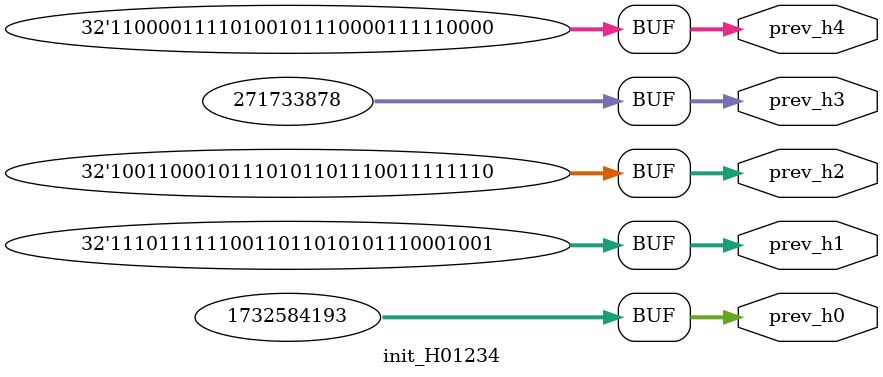
<source format=v>
`timescale 1ns / 1ps


module init_H01234( //output wire [31:0]curr_h0,
                    //output wire [31:0]curr_h1,
                    //output wire [31:0]curr_h2,
                    //output wire [31:0]curr_h3,
                    //output wire [31:0]curr_h4
                    output wire [31:0]prev_h0,
                    output wire [31:0]prev_h1,
                    output wire [31:0]prev_h2,
                    output wire [31:0]prev_h3,
                    output wire [31:0]prev_h4
                    );
assign prev_h0 = 32'h67452301;
assign prev_h1 = 32'hefcdab89;
assign prev_h2 = 32'h98badcfe;
assign prev_h3 = 32'h10325476;
assign prev_h4 = 32'hc3d2e1f0;

//assign prev_h0 = curr_h0;
//assign prev_h1 = curr_h1;
//assign prev_h2 = curr_h2;
//assign prev_h3 = curr_h3;
//assign prev_h4 = curr_h4;
endmodule

</source>
